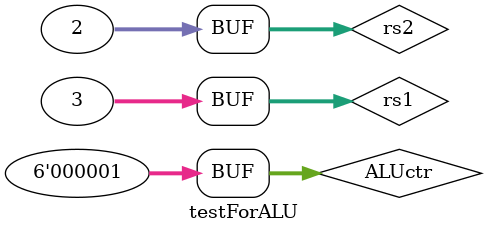
<source format=v>
`timescale 1ns / 1ps


module testForALU;
    reg[5:0] ALUctr;
    reg[31:0] rs1;
    reg[31:0] rs2;
    wire[31:0] res;
    initial begin
        ALUctr=6'b000000;
        rs1=32'b0000_0000_0000_0000_0000_0000_0000_0010;
        rs2=32'b0000_0000_0000_0000_0000_0000_0000_0001;
        #100
        ALUctr=6'b000001;
        rs1=32'b0000_0000_0000_0000_0000_0000_0000_0011;
        rs2=32'b0000_0000_0000_0000_0000_0000_0000_0010;
    end
    ALU ALU0(
        .ALUctr(ALUctr),
        .rs1(rs1),
        .rs2(rs2),
        .res(res)
    );
endmodule

</source>
